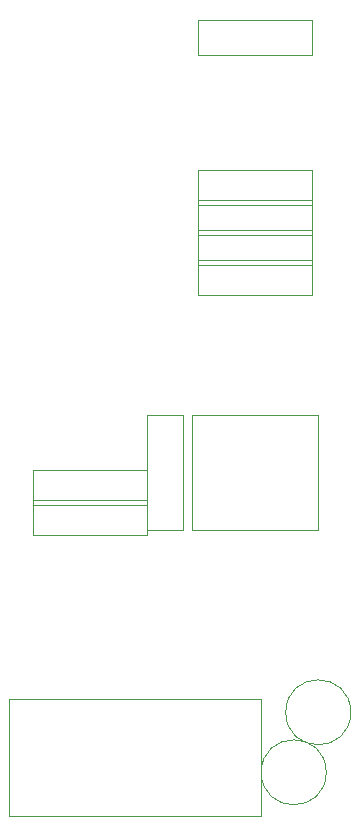
<source format=gbr>
%TF.GenerationSoftware,KiCad,Pcbnew,8.0.1-8.0.1-1~ubuntu22.04.1*%
%TF.CreationDate,2024-04-11T11:20:39+02:00*%
%TF.ProjectId,HagiwoEurorackMixer_PCBOnly,48616769-776f-4457-9572-6f7261636b4d,rev?*%
%TF.SameCoordinates,Original*%
%TF.FileFunction,Other,User*%
%FSLAX46Y46*%
G04 Gerber Fmt 4.6, Leading zero omitted, Abs format (unit mm)*
G04 Created by KiCad (PCBNEW 8.0.1-8.0.1-1~ubuntu22.04.1) date 2024-04-11 11:20:39*
%MOMM*%
%LPD*%
G01*
G04 APERTURE LIST*
%ADD10C,0.050000*%
G04 APERTURE END LIST*
D10*
%TO.C,R5*%
X85030000Y-106270000D02*
X85030000Y-109270000D01*
X85030000Y-109270000D02*
X94750000Y-109270000D01*
X94750000Y-106270000D02*
X85030000Y-106270000D01*
X94750000Y-109270000D02*
X94750000Y-106270000D01*
%TO.C,R7*%
X80770000Y-119420000D02*
X80770000Y-129140000D01*
X80770000Y-129140000D02*
X83770000Y-129140000D01*
X83770000Y-119420000D02*
X80770000Y-119420000D01*
X83770000Y-129140000D02*
X83770000Y-119420000D01*
%TO.C,R4*%
X85030000Y-103730000D02*
X85030000Y-106730000D01*
X85030000Y-106730000D02*
X94750000Y-106730000D01*
X94750000Y-103730000D02*
X85030000Y-103730000D01*
X94750000Y-106730000D02*
X94750000Y-103730000D01*
%TO.C,C2*%
X97994000Y-144600000D02*
G75*
G02*
X92494000Y-144600000I-2750000J0D01*
G01*
X92494000Y-144600000D02*
G75*
G02*
X97994000Y-144600000I2750000J0D01*
G01*
%TO.C,U2*%
X84530000Y-119390000D02*
X84530000Y-129190000D01*
X84530000Y-129190000D02*
X95230000Y-129190000D01*
X95230000Y-119390000D02*
X84530000Y-119390000D01*
X95230000Y-129190000D02*
X95230000Y-119390000D01*
%TO.C,J6*%
X69050000Y-143460000D02*
X69050000Y-153360000D01*
X69050000Y-153360000D02*
X90410000Y-153360000D01*
X90410000Y-143460000D02*
X69050000Y-143460000D01*
X90410000Y-153360000D02*
X90410000Y-143460000D01*
%TO.C,R1*%
X85030000Y-85950000D02*
X85030000Y-88950000D01*
X85030000Y-88950000D02*
X94750000Y-88950000D01*
X94750000Y-85950000D02*
X85030000Y-85950000D01*
X94750000Y-88950000D02*
X94750000Y-85950000D01*
%TO.C,C1*%
X95922000Y-149680000D02*
G75*
G02*
X90422000Y-149680000I-2750000J0D01*
G01*
X90422000Y-149680000D02*
G75*
G02*
X95922000Y-149680000I2750000J0D01*
G01*
%TO.C,R3*%
X85030000Y-101190000D02*
X85030000Y-104190000D01*
X85030000Y-104190000D02*
X94750000Y-104190000D01*
X94750000Y-101190000D02*
X85030000Y-101190000D01*
X94750000Y-104190000D02*
X94750000Y-101190000D01*
%TO.C,R6*%
X71060000Y-124050000D02*
X71060000Y-127050000D01*
X71060000Y-127050000D02*
X80780000Y-127050000D01*
X80780000Y-124050000D02*
X71060000Y-124050000D01*
X80780000Y-127050000D02*
X80780000Y-124050000D01*
%TO.C,R8*%
X71060000Y-126590000D02*
X71060000Y-129590000D01*
X71060000Y-129590000D02*
X80780000Y-129590000D01*
X80780000Y-126590000D02*
X71060000Y-126590000D01*
X80780000Y-129590000D02*
X80780000Y-126590000D01*
%TO.C,R2*%
X85030000Y-98650000D02*
X85030000Y-101650000D01*
X85030000Y-101650000D02*
X94750000Y-101650000D01*
X94750000Y-98650000D02*
X85030000Y-98650000D01*
X94750000Y-101650000D02*
X94750000Y-98650000D01*
%TD*%
M02*

</source>
